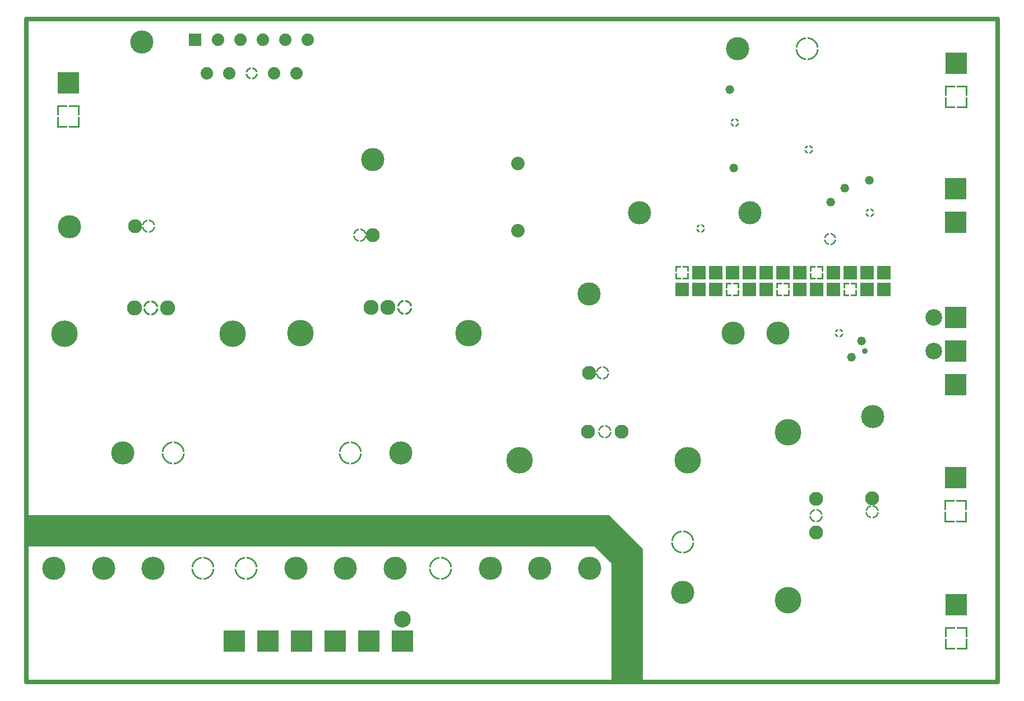
<source format=gbr>
%FSLAX23Y23*%
%MOIN*%
G04 EasyPC Gerber Version 17.0 Build 3379 *
%ADD73R,0.07400X0.07400*%
%ADD29R,0.08000X0.08000*%
%ADD20R,0.13024X0.13024*%
%ADD17C,0.02500*%
%ADD19C,0.03600*%
%ADD79C,0.05200*%
%ADD74C,0.07400*%
%AMT72*0 Thermal pad*4,1,6,0.03000,0.00500,0.03000,0.03000,0.00500,0.03000,0.00500,0.04000,0.04000,0.04000,0.04000,0.00500,0.03000,0.00500,0*4,1,6,-0.00500,0.03000,-0.03000,0.03000,-0.03000,0.00500,-0.04000,0.00500,-0.04000,0.04000,-0.00500,0.04000,-0.00500,0.03000,0*4,1,6,-0.03000,-0.00500,-0.03000,-0.03000,-0.00500,-0.03000,-0.00500,-0.04000,-0.04000,-0.04000,-0.04000,-0.00500,-0.03000,-0.00500,0*4,1,6,0.00500,-0.03000,0.03000,-0.03000,0.03000,-0.00500,0.04000,-0.00500,0.04000,-0.04000,0.00500,-0.04000,0.00500,-0.03000,0*%
%ADD72T72*%
%AMT28*0 Thermal pad*4,1,6,0.05512,0.00500,0.05512,0.05512,0.00500,0.05512,0.00500,0.06512,0.06512,0.06512,0.06512,0.00500,0.05512,0.00500,0*4,1,6,-0.00500,0.05512,-0.05512,0.05512,-0.05512,0.00500,-0.06512,0.00500,-0.06512,0.06512,-0.00500,0.06512,-0.00500,0.05512,0*4,1,6,-0.05512,-0.00500,-0.05512,-0.05512,-0.00500,-0.05512,-0.00500,-0.06512,-0.06512,-0.06512,-0.06512,-0.00500,-0.05512,-0.00500,0*4,1,6,0.00500,-0.05512,0.05512,-0.05512,0.05512,-0.00500,0.06512,-0.00500,0.06512,-0.06512,0.00500,-0.06512,0.00500,-0.05512,0*%
%ADD28T28*%
%AMT18*0 Thermal pad*7,0,0,0.05200,0.03200,0.01000,0*%
%ADD18T18*%
%ADD76C,0.08000*%
%ADD26C,0.08299*%
%ADD24C,0.08300*%
%ADD22C,0.09000*%
%ADD21C,0.09874*%
%ADD70C,0.13811*%
%AMT75*0 Thermal pad*7,0,0,0.07400,0.05400,0.01000,0*%
%ADD75T75*%
%AMT78*0 Thermal pad*7,0,0,0.07600,0.05600,0.01000,0*%
%ADD78T78*%
%AMT27*0 Thermal pad*7,0,0,0.08299,0.06299,0.01000,0*%
%ADD27T27*%
%AMT25*0 Thermal pad*7,0,0,0.08300,0.06300,0.01000,0*%
%ADD25T25*%
%AMT23*0 Thermal pad*7,0,0,0.09000,0.07000,0.01000,0*%
%ADD23T23*%
%AMT71*0 Thermal pad*7,0,0,0.13811,0.11811,0.01000,0*%
%ADD71T71*%
%ADD77C,0.15780*%
X0Y0D02*
D02*
D17*
X74Y35D02*
X5850D01*
Y3984*
X74*
Y35*
X3725D02*
X3565D01*
Y747*
X3457Y855*
X74*
Y1015*
X3533*
X3725Y823*
Y35*
G36*
X3565*
Y747*
X3457Y855*
X74*
Y1015*
X3533*
X3725Y823*
Y35*
G37*
D02*
D18*
X4083Y2737D03*
X4287Y3366D03*
X4728Y3208D03*
X4905Y2112D03*
X5090Y2830D03*
D02*
D19*
X5059Y2007D03*
D02*
D70*
X238Y714D03*
X330Y2748D03*
X533Y714D03*
X645Y1401D03*
X759Y3846D03*
X828Y714D03*
X1675D03*
X1970D03*
X2133Y3145D03*
X2265Y714D03*
X2300Y1401D03*
X2832Y714D03*
X3127D03*
X3421Y2346D03*
X3423Y714D03*
X3720Y2830D03*
X3976Y570D03*
X4275Y2114D03*
X4303Y3805D03*
X4377Y2829D03*
X4543Y2114D03*
X5106Y1617D03*
D02*
D71*
X945Y1401D03*
X1124Y714D03*
X1379D03*
X2000Y1401D03*
X2537Y714D03*
X3976Y870D03*
X4716Y3805D03*
D02*
D20*
X322Y3602D03*
X1311Y279D03*
X1511D03*
X1711D03*
X1911D03*
X2111D03*
X2311D03*
X5601Y1252D03*
Y1808D03*
Y2008D03*
Y2208D03*
Y2772D03*
Y2972D03*
X5602Y496D03*
Y3720D03*
D02*
D21*
X2311Y411D03*
X5469Y2008D03*
X5469Y2208D03*
D02*
D22*
X715Y2263D03*
X914D03*
X2124Y2267D03*
X2224D03*
D02*
D23*
X814Y2263D03*
X2324Y2267D03*
D02*
D24*
X3414Y1527D03*
X3614D03*
X4771Y925D03*
Y1125D03*
D02*
D25*
X3514Y1527D03*
X4771Y1025D03*
D02*
D26*
X720Y2750D03*
X2133Y2696D03*
X3421Y1878D03*
X5104Y1129D03*
D02*
D27*
X799Y2750D03*
X2055Y2696D03*
X3500Y1878D03*
X5104Y1051D03*
D02*
D28*
X322Y3402D03*
X5601Y1052D03*
X5602Y296D03*
Y3520D03*
D02*
D29*
X3973Y2372D03*
X4073D03*
Y2472D03*
X4173Y2372D03*
Y2472D03*
X4273D03*
X4373Y2372D03*
Y2472D03*
X4473Y2372D03*
Y2472D03*
X4573D03*
X4673Y2372D03*
Y2472D03*
X4773Y2372D03*
X4873D03*
Y2472D03*
X4973D03*
X5073Y2372D03*
Y2472D03*
X5173Y2372D03*
Y2472D03*
D02*
D72*
X3973D03*
X4273Y2372D03*
X4573D03*
X4773Y2472D03*
X4973Y2372D03*
D02*
D73*
X1078Y3859D03*
D02*
D74*
X1145Y3659D03*
X1212Y3859D03*
X1279Y3659D03*
X1346Y3859D03*
X1480D03*
X1547Y3659D03*
X1614Y3859D03*
X1681Y3659D03*
X1748Y3859D03*
D02*
D75*
X1413Y3659D03*
D02*
D76*
X2997Y2723D03*
Y3123D03*
D02*
D77*
X299Y2110D03*
X1299D03*
X1704Y2114D03*
X2704D03*
X3007Y1358D03*
X4007D03*
X4602Y523D03*
Y1523D03*
D02*
D78*
X4854Y2673D03*
D02*
D79*
X4255Y3563D03*
X4279Y3098D03*
X4858Y2893D03*
X4940Y2976D03*
X4980Y1970D03*
X5039Y2067D03*
X5088Y3023D03*
X0Y0D02*
M02*

</source>
